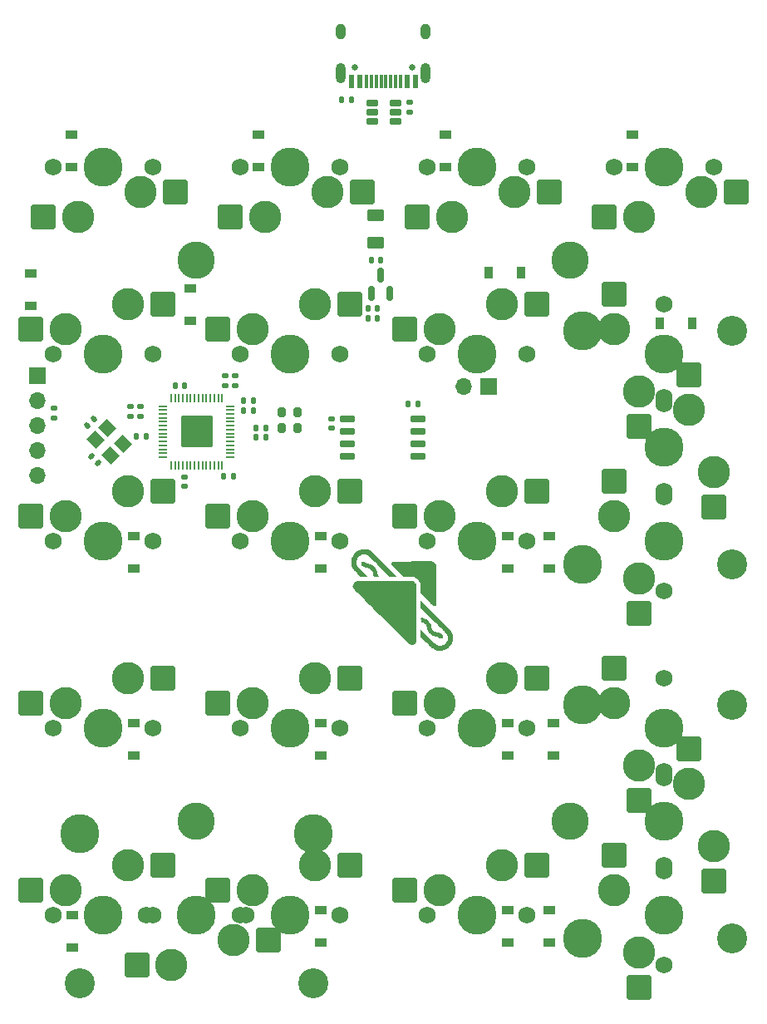
<source format=gbs>
%TF.GenerationSoftware,KiCad,Pcbnew,(6.0.6)*%
%TF.CreationDate,2022-08-17T22:11:57+10:00*%
%TF.ProjectId,snzagpad,736e7a61-6770-4616-942e-6b696361645f,rev?*%
%TF.SameCoordinates,Original*%
%TF.FileFunction,Soldermask,Bot*%
%TF.FilePolarity,Negative*%
%FSLAX46Y46*%
G04 Gerber Fmt 4.6, Leading zero omitted, Abs format (unit mm)*
G04 Created by KiCad (PCBNEW (6.0.6)) date 2022-08-17 22:11:57*
%MOMM*%
%LPD*%
G01*
G04 APERTURE LIST*
G04 Aperture macros list*
%AMRoundRect*
0 Rectangle with rounded corners*
0 $1 Rounding radius*
0 $2 $3 $4 $5 $6 $7 $8 $9 X,Y pos of 4 corners*
0 Add a 4 corners polygon primitive as box body*
4,1,4,$2,$3,$4,$5,$6,$7,$8,$9,$2,$3,0*
0 Add four circle primitives for the rounded corners*
1,1,$1+$1,$2,$3*
1,1,$1+$1,$4,$5*
1,1,$1+$1,$6,$7*
1,1,$1+$1,$8,$9*
0 Add four rect primitives between the rounded corners*
20,1,$1+$1,$2,$3,$4,$5,0*
20,1,$1+$1,$4,$5,$6,$7,0*
20,1,$1+$1,$6,$7,$8,$9,0*
20,1,$1+$1,$8,$9,$2,$3,0*%
%AMRotRect*
0 Rectangle, with rotation*
0 The origin of the aperture is its center*
0 $1 length*
0 $2 width*
0 $3 Rotation angle, in degrees counterclockwise*
0 Add horizontal line*
21,1,$1,$2,0,0,$3*%
G04 Aperture macros list end*
%ADD10C,3.048000*%
%ADD11C,3.987800*%
%ADD12R,1.700000X1.700000*%
%ADD13O,1.700000X1.700000*%
%ADD14R,1.200000X0.900000*%
%ADD15RoundRect,0.140000X-0.219203X-0.021213X-0.021213X-0.219203X0.219203X0.021213X0.021213X0.219203X0*%
%ADD16RoundRect,0.140000X-0.140000X-0.170000X0.140000X-0.170000X0.140000X0.170000X-0.140000X0.170000X0*%
%ADD17RoundRect,0.150000X0.475000X0.150000X-0.475000X0.150000X-0.475000X-0.150000X0.475000X-0.150000X0*%
%ADD18C,0.650000*%
%ADD19R,0.600000X1.450000*%
%ADD20R,0.300000X1.450000*%
%ADD21O,1.000000X2.100000*%
%ADD22O,1.000000X1.600000*%
%ADD23C,1.750000*%
%ADD24C,3.300000*%
%ADD25RoundRect,0.250000X-1.025000X-1.000000X1.025000X-1.000000X1.025000X1.000000X-1.025000X1.000000X0*%
%ADD26RoundRect,0.140000X-0.170000X0.140000X-0.170000X-0.140000X0.170000X-0.140000X0.170000X0.140000X0*%
%ADD27RoundRect,0.250000X1.000000X-1.025000X1.000000X1.025000X-1.000000X1.025000X-1.000000X-1.025000X0*%
%ADD28C,3.800000*%
%ADD29RoundRect,0.140000X0.140000X0.170000X-0.140000X0.170000X-0.140000X-0.170000X0.140000X-0.170000X0*%
%ADD30RoundRect,0.250000X1.025000X1.000000X-1.025000X1.000000X-1.025000X-1.000000X1.025000X-1.000000X0*%
%ADD31RoundRect,0.135000X-0.135000X-0.185000X0.135000X-0.185000X0.135000X0.185000X-0.135000X0.185000X0*%
%ADD32RotRect,1.400000X1.200000X315.000000*%
%ADD33RoundRect,0.250000X-1.000000X1.025000X-1.000000X-1.025000X1.000000X-1.025000X1.000000X1.025000X0*%
%ADD34RoundRect,0.140000X0.021213X-0.219203X0.219203X-0.021213X-0.021213X0.219203X-0.219203X0.021213X0*%
%ADD35RoundRect,0.150000X0.650000X0.150000X-0.650000X0.150000X-0.650000X-0.150000X0.650000X-0.150000X0*%
%ADD36RoundRect,0.200000X0.200000X0.275000X-0.200000X0.275000X-0.200000X-0.275000X0.200000X-0.275000X0*%
%ADD37R,0.900000X1.200000*%
%ADD38RoundRect,0.140000X0.170000X-0.140000X0.170000X0.140000X-0.170000X0.140000X-0.170000X-0.140000X0*%
%ADD39RoundRect,0.135000X-0.185000X0.135000X-0.185000X-0.135000X0.185000X-0.135000X0.185000X0.135000X0*%
%ADD40RoundRect,0.050000X0.050000X-0.387500X0.050000X0.387500X-0.050000X0.387500X-0.050000X-0.387500X0*%
%ADD41RoundRect,0.050000X0.387500X-0.050000X0.387500X0.050000X-0.387500X0.050000X-0.387500X-0.050000X0*%
%ADD42RoundRect,0.144000X1.456000X-1.456000X1.456000X1.456000X-1.456000X1.456000X-1.456000X-1.456000X0*%
%ADD43RoundRect,0.150000X0.150000X-0.587500X0.150000X0.587500X-0.150000X0.587500X-0.150000X-0.587500X0*%
%ADD44RoundRect,0.135000X0.185000X-0.135000X0.185000X0.135000X-0.185000X0.135000X-0.185000X-0.135000X0*%
%ADD45RoundRect,0.250000X-0.625000X0.375000X-0.625000X-0.375000X0.625000X-0.375000X0.625000X0.375000X0*%
G04 APERTURE END LIST*
G36*
X68634488Y-102116627D02*
G01*
X68671506Y-102123975D01*
X68706735Y-102139748D01*
X68745361Y-102166408D01*
X68792572Y-102206414D01*
X68831433Y-102238771D01*
X68876107Y-102269170D01*
X68924997Y-102294211D01*
X68982271Y-102315686D01*
X69052096Y-102335386D01*
X69138641Y-102355101D01*
X69161458Y-102360050D01*
X69226692Y-102375463D01*
X69290153Y-102392086D01*
X69345563Y-102408220D01*
X69386647Y-102422168D01*
X69464262Y-102457057D01*
X69573235Y-102522751D01*
X69675717Y-102603759D01*
X69768815Y-102697072D01*
X69849632Y-102799684D01*
X69915276Y-102908587D01*
X69962850Y-103020773D01*
X69964167Y-103024796D01*
X69976707Y-103067667D01*
X69991203Y-103123532D01*
X70005964Y-103185605D01*
X70019298Y-103247102D01*
X70023548Y-103267554D01*
X70041838Y-103346079D01*
X70061207Y-103409544D01*
X70083983Y-103462699D01*
X70112492Y-103510294D01*
X70149062Y-103557080D01*
X70196020Y-103607805D01*
X70229435Y-103642297D01*
X70257095Y-103671280D01*
X70275791Y-103691369D01*
X70282659Y-103699531D01*
X70282572Y-103699602D01*
X70270751Y-103700347D01*
X70240887Y-103701016D01*
X70195656Y-103701584D01*
X70137735Y-103702022D01*
X70069801Y-103702304D01*
X69994531Y-103702405D01*
X69706403Y-103702405D01*
X69675789Y-103641759D01*
X69668089Y-103625973D01*
X69643214Y-103566327D01*
X69620121Y-103495941D01*
X69597780Y-103411421D01*
X69575165Y-103309370D01*
X69570800Y-103288779D01*
X69549801Y-103205892D01*
X69525135Y-103137596D01*
X69494162Y-103078661D01*
X69454241Y-103023861D01*
X69402733Y-102967968D01*
X69401826Y-102967062D01*
X69351747Y-102920350D01*
X69303441Y-102883505D01*
X69252365Y-102854326D01*
X69193979Y-102830614D01*
X69123742Y-102810167D01*
X69037111Y-102790784D01*
X69023128Y-102787912D01*
X68964423Y-102775281D01*
X68909440Y-102762617D01*
X68863802Y-102751248D01*
X68833130Y-102742508D01*
X68778609Y-102722198D01*
X68702060Y-102686239D01*
X68627289Y-102643332D01*
X68557309Y-102595756D01*
X68495133Y-102545787D01*
X68443777Y-102495704D01*
X68406254Y-102447784D01*
X68385577Y-102404304D01*
X68378450Y-102370749D01*
X68377680Y-102303462D01*
X68394558Y-102242602D01*
X68427164Y-102190756D01*
X68473579Y-102150510D01*
X68531883Y-102124450D01*
X68600158Y-102115163D01*
X68634488Y-102116627D01*
G37*
G36*
X68694401Y-100851181D02*
G01*
X68838736Y-100859426D01*
X68972339Y-100881500D01*
X69100574Y-100918569D01*
X69228807Y-100971799D01*
X69244236Y-100979113D01*
X69265845Y-100989479D01*
X69286416Y-100999798D01*
X69306670Y-101010744D01*
X69327330Y-101022993D01*
X69349118Y-101037220D01*
X69372756Y-101054101D01*
X69398964Y-101074310D01*
X69428466Y-101098523D01*
X69461982Y-101127415D01*
X69500235Y-101161662D01*
X69543947Y-101201938D01*
X69593840Y-101248918D01*
X69650634Y-101303279D01*
X69715053Y-101365695D01*
X69787817Y-101436841D01*
X69869650Y-101517393D01*
X69961272Y-101608026D01*
X70063405Y-101709415D01*
X70176772Y-101822236D01*
X70302094Y-101947163D01*
X70440093Y-102084872D01*
X70591491Y-102236038D01*
X70757009Y-102401336D01*
X70798247Y-102442523D01*
X70934127Y-102578295D01*
X71065729Y-102709880D01*
X71192298Y-102836520D01*
X71313078Y-102957457D01*
X71427315Y-103071931D01*
X71534255Y-103179185D01*
X71633142Y-103278459D01*
X71723222Y-103368997D01*
X71803740Y-103450038D01*
X71873941Y-103520825D01*
X71933071Y-103580600D01*
X71980375Y-103628603D01*
X72015097Y-103664076D01*
X72036485Y-103686262D01*
X72043781Y-103694401D01*
X72036460Y-103695997D01*
X72010434Y-103697737D01*
X71967846Y-103699278D01*
X71911076Y-103700567D01*
X71842505Y-103701553D01*
X71764513Y-103702183D01*
X71679482Y-103702405D01*
X71315183Y-103702405D01*
X70245950Y-102632379D01*
X70135290Y-102521733D01*
X70012431Y-102399113D01*
X69893692Y-102280839D01*
X69779962Y-102167788D01*
X69672131Y-102060834D01*
X69571087Y-101960855D01*
X69477721Y-101868725D01*
X69392921Y-101785322D01*
X69317576Y-101711520D01*
X69252577Y-101648197D01*
X69198813Y-101596228D01*
X69157172Y-101556489D01*
X69128544Y-101529857D01*
X69113819Y-101517206D01*
X69102878Y-101509457D01*
X69001358Y-101448023D01*
X68898696Y-101405797D01*
X68790790Y-101381442D01*
X68673538Y-101373621D01*
X68640595Y-101374240D01*
X68520993Y-101387959D01*
X68408583Y-101420138D01*
X68302029Y-101471381D01*
X68199995Y-101542296D01*
X68101147Y-101633489D01*
X68084736Y-101650982D01*
X68003661Y-101753731D01*
X67941778Y-101862796D01*
X67899278Y-101976661D01*
X67876351Y-102093814D01*
X67873187Y-102212739D01*
X67889976Y-102331924D01*
X67926909Y-102449853D01*
X67984175Y-102565013D01*
X67992417Y-102577186D01*
X68011446Y-102601097D01*
X68039920Y-102633807D01*
X68078534Y-102676044D01*
X68127986Y-102728539D01*
X68188971Y-102792021D01*
X68262186Y-102867218D01*
X68348326Y-102954861D01*
X68448089Y-103055678D01*
X68562170Y-103170399D01*
X69102686Y-103712887D01*
X68358122Y-103712887D01*
X67990840Y-103343366D01*
X67953250Y-103305504D01*
X67860645Y-103211659D01*
X67781284Y-103130001D01*
X67713833Y-103058783D01*
X67656955Y-102996257D01*
X67609315Y-102940676D01*
X67569579Y-102890291D01*
X67536412Y-102843355D01*
X67508478Y-102798120D01*
X67484443Y-102752840D01*
X67462970Y-102705765D01*
X67442726Y-102655149D01*
X67422375Y-102599244D01*
X67420653Y-102594345D01*
X67393428Y-102509846D01*
X67374191Y-102432243D01*
X67361830Y-102354646D01*
X67355231Y-102270163D01*
X67353279Y-102171905D01*
X67354604Y-102105891D01*
X67369865Y-101947519D01*
X67402725Y-101798793D01*
X67453845Y-101658098D01*
X67523887Y-101523818D01*
X67613513Y-101394336D01*
X67723384Y-101268037D01*
X67812173Y-101181688D01*
X67939520Y-101078556D01*
X68071814Y-100995309D01*
X68210211Y-100931443D01*
X68355861Y-100886450D01*
X68509919Y-100859826D01*
X68673538Y-100851063D01*
X68694401Y-100851181D01*
G37*
G36*
X75679135Y-102128585D02*
G01*
X75726338Y-102145953D01*
X75808841Y-102192674D01*
X75880722Y-102255729D01*
X75939681Y-102332901D01*
X75983420Y-102421974D01*
X76009547Y-102491633D01*
X76019338Y-104497782D01*
X76020233Y-104682335D01*
X76021311Y-104909392D01*
X76022263Y-105117033D01*
X76023086Y-105306141D01*
X76023776Y-105477600D01*
X76024330Y-105632292D01*
X76024746Y-105771102D01*
X76025021Y-105894913D01*
X76025150Y-106004608D01*
X76025132Y-106101070D01*
X76024964Y-106185183D01*
X76024641Y-106257831D01*
X76024162Y-106319895D01*
X76023522Y-106372261D01*
X76022720Y-106415811D01*
X76021752Y-106451429D01*
X76020616Y-106479997D01*
X76019307Y-106502400D01*
X76017823Y-106519520D01*
X76016161Y-106532242D01*
X76014318Y-106541447D01*
X76012290Y-106548021D01*
X75991325Y-106588472D01*
X75949028Y-106634135D01*
X75894798Y-106664185D01*
X75857744Y-106674777D01*
X75807824Y-106677386D01*
X75758377Y-106663830D01*
X75755799Y-106662455D01*
X75736673Y-106647771D01*
X75703033Y-106618270D01*
X75655011Y-106574076D01*
X75592735Y-106515315D01*
X75516334Y-106442109D01*
X75425940Y-106354582D01*
X75321680Y-106252860D01*
X75203686Y-106137065D01*
X75072085Y-106007321D01*
X74423393Y-105366522D01*
X74423393Y-104956988D01*
X74423076Y-104862726D01*
X74422227Y-104771653D01*
X74420910Y-104686732D01*
X74419194Y-104610925D01*
X74417144Y-104547195D01*
X74414827Y-104498505D01*
X74412310Y-104467817D01*
X74406940Y-104431264D01*
X74375017Y-104302258D01*
X74324541Y-104180350D01*
X74256813Y-104067809D01*
X74173134Y-103966902D01*
X74074807Y-103879896D01*
X73995274Y-103825886D01*
X73873333Y-103763771D01*
X73744395Y-103721369D01*
X73725684Y-103716907D01*
X73703598Y-103712265D01*
X73680616Y-103708520D01*
X73654507Y-103705589D01*
X73623042Y-103703388D01*
X73583991Y-103701834D01*
X73535123Y-103700841D01*
X73474210Y-103700328D01*
X73399022Y-103700210D01*
X73307327Y-103700403D01*
X73196897Y-103700825D01*
X72740892Y-103702744D01*
X72099321Y-103063399D01*
X72089634Y-103053746D01*
X71975577Y-102940100D01*
X71875384Y-102840188D01*
X71788178Y-102752984D01*
X71713085Y-102677465D01*
X71649228Y-102612605D01*
X71595730Y-102557380D01*
X71551716Y-102510764D01*
X71516310Y-102471733D01*
X71488635Y-102439263D01*
X71467816Y-102412327D01*
X71452975Y-102389902D01*
X71443238Y-102370963D01*
X71437728Y-102354485D01*
X71435568Y-102339443D01*
X71435884Y-102324812D01*
X71437798Y-102309568D01*
X71440434Y-102292685D01*
X71446346Y-102268994D01*
X71471056Y-102220743D01*
X71509022Y-102176497D01*
X71555540Y-102142399D01*
X71555667Y-102142329D01*
X71560720Y-102140201D01*
X71568262Y-102138237D01*
X71579175Y-102136425D01*
X71594337Y-102134753D01*
X71614629Y-102133211D01*
X71640930Y-102131787D01*
X71674121Y-102130469D01*
X71715081Y-102129245D01*
X71764689Y-102128104D01*
X71823826Y-102127035D01*
X71893371Y-102126026D01*
X71974204Y-102125064D01*
X72067205Y-102124140D01*
X72173254Y-102123241D01*
X72293230Y-102122355D01*
X72428013Y-102121471D01*
X72578483Y-102120578D01*
X72745520Y-102119664D01*
X72930003Y-102118717D01*
X73132813Y-102117726D01*
X73354828Y-102116679D01*
X73596930Y-102115564D01*
X75606083Y-102106396D01*
X75679135Y-102128585D01*
G37*
G36*
X75917709Y-107560116D02*
G01*
X75970959Y-107613358D01*
X76117978Y-107760468D01*
X76261241Y-107903983D01*
X76400008Y-108043155D01*
X76533539Y-108177237D01*
X76661096Y-108305481D01*
X76781939Y-108427141D01*
X76895328Y-108541470D01*
X77000526Y-108647719D01*
X77096791Y-108745143D01*
X77183385Y-108832994D01*
X77259569Y-108910524D01*
X77324602Y-108976986D01*
X77377747Y-109031634D01*
X77418262Y-109073720D01*
X77445410Y-109102497D01*
X77458451Y-109117218D01*
X77474458Y-109138439D01*
X77561094Y-109273151D01*
X77629705Y-109416996D01*
X77679861Y-109567934D01*
X77711130Y-109723922D01*
X77723082Y-109882921D01*
X77715287Y-110042889D01*
X77687313Y-110201786D01*
X77667970Y-110272142D01*
X77611438Y-110420061D01*
X77534954Y-110561749D01*
X77438612Y-110697045D01*
X77322506Y-110825786D01*
X77290476Y-110856925D01*
X77168327Y-110961811D01*
X77042628Y-111047405D01*
X76910911Y-111115024D01*
X76770709Y-111165988D01*
X76619555Y-111201616D01*
X76613518Y-111202672D01*
X76536964Y-111211882D01*
X76448228Y-111216477D01*
X76354897Y-111216444D01*
X76264559Y-111211769D01*
X76184804Y-111202436D01*
X76114566Y-111188893D01*
X75961393Y-111144041D01*
X75813001Y-111079250D01*
X75670855Y-110995111D01*
X75658623Y-110986212D01*
X75631320Y-110963880D01*
X75594563Y-110931467D01*
X75547706Y-110888357D01*
X75490103Y-110833929D01*
X75421108Y-110767566D01*
X75340076Y-110688649D01*
X75246360Y-110596561D01*
X75139316Y-110490682D01*
X75018296Y-110370396D01*
X74444359Y-109798811D01*
X74444359Y-109054520D01*
X75196505Y-109804047D01*
X75274668Y-109881906D01*
X75393542Y-110000153D01*
X75499009Y-110104818D01*
X75591918Y-110196716D01*
X75673116Y-110276662D01*
X75743451Y-110345472D01*
X75803771Y-110403959D01*
X75854923Y-110452941D01*
X75897756Y-110493231D01*
X75933116Y-110525646D01*
X75961852Y-110550999D01*
X75984811Y-110570107D01*
X76002841Y-110583785D01*
X76016790Y-110592847D01*
X76017707Y-110593375D01*
X76129185Y-110645649D01*
X76246943Y-110679003D01*
X76368173Y-110693325D01*
X76490069Y-110688504D01*
X76609823Y-110664427D01*
X76724629Y-110620984D01*
X76763684Y-110600255D01*
X76843842Y-110546279D01*
X76923309Y-110479185D01*
X76997398Y-110403542D01*
X77061419Y-110323917D01*
X77110685Y-110244877D01*
X77123945Y-110218354D01*
X77169321Y-110100306D01*
X77194157Y-109980032D01*
X77198495Y-109858931D01*
X77182374Y-109738404D01*
X77145837Y-109619852D01*
X77088924Y-109504675D01*
X77084733Y-109498437D01*
X77072360Y-109482838D01*
X77052868Y-109460389D01*
X77025740Y-109430563D01*
X76990459Y-109392832D01*
X76946506Y-109346668D01*
X76893365Y-109291543D01*
X76830518Y-109226929D01*
X76757447Y-109152298D01*
X76673636Y-109067122D01*
X76578565Y-108970873D01*
X76471719Y-108863023D01*
X76352579Y-108743044D01*
X76220628Y-108610408D01*
X76075348Y-108464588D01*
X75916223Y-108305055D01*
X75742733Y-108131281D01*
X74433876Y-106820784D01*
X74433876Y-106076803D01*
X75917709Y-107560116D01*
G37*
G36*
X74472983Y-107827226D02*
G01*
X74477396Y-107828787D01*
X74501490Y-107835780D01*
X74537907Y-107845288D01*
X74580637Y-107855718D01*
X74594410Y-107858974D01*
X74651227Y-107872444D01*
X74713930Y-107887357D01*
X74771277Y-107901040D01*
X74828135Y-107916742D01*
X74952324Y-107966060D01*
X75069674Y-108033155D01*
X75178091Y-108116059D01*
X75275477Y-108212807D01*
X75359739Y-108321434D01*
X75428781Y-108439973D01*
X75480507Y-108566457D01*
X75491009Y-108602686D01*
X75503913Y-108653675D01*
X75517321Y-108711822D01*
X75529587Y-108770300D01*
X75545479Y-108843708D01*
X75565530Y-108914936D01*
X75589262Y-108974125D01*
X75619062Y-109026101D01*
X75657316Y-109075687D01*
X75706412Y-109127708D01*
X75751931Y-109170589D01*
X75807164Y-109213975D01*
X75863242Y-109245870D01*
X75926856Y-109269911D01*
X76004701Y-109289733D01*
X76007280Y-109290293D01*
X76117511Y-109315220D01*
X76210178Y-109338654D01*
X76288430Y-109361865D01*
X76355416Y-109386122D01*
X76414284Y-109412692D01*
X76468183Y-109442845D01*
X76520262Y-109477848D01*
X76573669Y-109518971D01*
X76581533Y-109525368D01*
X76636498Y-109572932D01*
X76675998Y-109614032D01*
X76702501Y-109652129D01*
X76718474Y-109690685D01*
X76726387Y-109733161D01*
X76727396Y-109745689D01*
X76721939Y-109814460D01*
X76698040Y-109874907D01*
X76656887Y-109924878D01*
X76599672Y-109962224D01*
X76585558Y-109968186D01*
X76544006Y-109978079D01*
X76492362Y-109978949D01*
X76489792Y-109978809D01*
X76458947Y-109975832D01*
X76431928Y-109969340D01*
X76404857Y-109957229D01*
X76373856Y-109937391D01*
X76335046Y-109907721D01*
X76284547Y-109866112D01*
X76276041Y-109859101D01*
X76239752Y-109832276D01*
X76201535Y-109810107D01*
X76157616Y-109791144D01*
X76104220Y-109773934D01*
X76037571Y-109757027D01*
X75953893Y-109738970D01*
X75943661Y-109736839D01*
X75879892Y-109722123D01*
X75816066Y-109705283D01*
X75759085Y-109688234D01*
X75715851Y-109672894D01*
X75704374Y-109668124D01*
X75588416Y-109608391D01*
X75477469Y-109530541D01*
X75374752Y-109437122D01*
X75283484Y-109330682D01*
X75246513Y-109279329D01*
X75215080Y-109229695D01*
X75187990Y-109178629D01*
X75164000Y-109122913D01*
X75141867Y-109059332D01*
X75120347Y-108984667D01*
X75098196Y-108895703D01*
X75074172Y-108789224D01*
X75070590Y-108773666D01*
X75056347Y-108721359D01*
X75040002Y-108671773D01*
X75024425Y-108633871D01*
X75010725Y-108608550D01*
X74965228Y-108543956D01*
X74907722Y-108481397D01*
X74843051Y-108425271D01*
X74776061Y-108379976D01*
X74711597Y-108349911D01*
X74698776Y-108345843D01*
X74660377Y-108335111D01*
X74612454Y-108322960D01*
X74562451Y-108311317D01*
X74460084Y-108288661D01*
X74457259Y-108054218D01*
X74456629Y-107998730D01*
X74456160Y-107936163D01*
X74456343Y-107890374D01*
X74457348Y-107858911D01*
X74459344Y-107839319D01*
X74462502Y-107829143D01*
X74466992Y-107825930D01*
X74472983Y-107827226D01*
G37*
G36*
X73195301Y-104115043D02*
G01*
X73277968Y-104115280D01*
X73349865Y-104115651D01*
X73411794Y-104116157D01*
X73464555Y-104116801D01*
X73508953Y-104117585D01*
X73545788Y-104118509D01*
X73575863Y-104119576D01*
X73599979Y-104120787D01*
X73618939Y-104122145D01*
X73633545Y-104123650D01*
X73644599Y-104125306D01*
X73652902Y-104127113D01*
X73707004Y-104145238D01*
X73789112Y-104189131D01*
X73861627Y-104248346D01*
X73921782Y-104319953D01*
X73966814Y-104401022D01*
X73993956Y-104488620D01*
X73994606Y-104496597D01*
X73995624Y-104525314D01*
X73996695Y-104573235D01*
X73997814Y-104639305D01*
X73998974Y-104722468D01*
X74000172Y-104821671D01*
X74001400Y-104935858D01*
X74002654Y-105063975D01*
X74003929Y-105204966D01*
X74005218Y-105357778D01*
X74006517Y-105521356D01*
X74007819Y-105694644D01*
X74009120Y-105876588D01*
X74010414Y-106066133D01*
X74011695Y-106262225D01*
X74012958Y-106463808D01*
X74014198Y-106669829D01*
X74015408Y-106879232D01*
X74016584Y-107090962D01*
X74017720Y-107303966D01*
X74018811Y-107517187D01*
X74019851Y-107729572D01*
X74020834Y-107940065D01*
X74021756Y-108147612D01*
X74022610Y-108351158D01*
X74023392Y-108549649D01*
X74024095Y-108742029D01*
X74024715Y-108927245D01*
X74025245Y-109104240D01*
X74025681Y-109271961D01*
X74026017Y-109429353D01*
X74026247Y-109575360D01*
X74026365Y-109708929D01*
X74026368Y-109829004D01*
X74026248Y-109934531D01*
X74026001Y-110024455D01*
X74025621Y-110097722D01*
X74025102Y-110153276D01*
X74024439Y-110190062D01*
X74023627Y-110207027D01*
X74017821Y-110240357D01*
X73988836Y-110327580D01*
X73942427Y-110407113D01*
X73880801Y-110476749D01*
X73806165Y-110534277D01*
X73720727Y-110577491D01*
X73626695Y-110604180D01*
X73573823Y-110607640D01*
X73506543Y-110601037D01*
X73436221Y-110585232D01*
X73370091Y-110561886D01*
X73315386Y-110532661D01*
X73311566Y-110529498D01*
X73293072Y-110512384D01*
X73260685Y-110481441D01*
X73215032Y-110437291D01*
X73156738Y-110380555D01*
X73086432Y-110311852D01*
X73004737Y-110231805D01*
X72912282Y-110141034D01*
X72809691Y-110040160D01*
X72697592Y-109929804D01*
X72576611Y-109810587D01*
X72447373Y-109683131D01*
X72310505Y-109548055D01*
X72166633Y-109405980D01*
X72016384Y-109257529D01*
X71860384Y-109103321D01*
X71699258Y-108943978D01*
X71533634Y-108780120D01*
X71364138Y-108612369D01*
X71191395Y-108441346D01*
X71016032Y-108267670D01*
X70838675Y-108091965D01*
X70659951Y-107914849D01*
X70480485Y-107736944D01*
X70300904Y-107558872D01*
X70121835Y-107381253D01*
X69943903Y-107204708D01*
X69767734Y-107029857D01*
X69593956Y-106857323D01*
X69423194Y-106687725D01*
X69256074Y-106521686D01*
X69093223Y-106359825D01*
X68935267Y-106202763D01*
X68782832Y-106051122D01*
X68636544Y-105905523D01*
X68497030Y-105766586D01*
X68364916Y-105634933D01*
X68240828Y-105511184D01*
X68125392Y-105395960D01*
X68019235Y-105289882D01*
X67922983Y-105193572D01*
X67837262Y-105107649D01*
X67762698Y-105032736D01*
X67699918Y-104969453D01*
X67649548Y-104918420D01*
X67612214Y-104880260D01*
X67588542Y-104855592D01*
X67579159Y-104845038D01*
X67553088Y-104796827D01*
X67521916Y-104707288D01*
X67510427Y-104614977D01*
X67519155Y-104522769D01*
X67524255Y-104500696D01*
X67558121Y-104406703D01*
X67608440Y-104323338D01*
X67673415Y-104252646D01*
X67751251Y-104196671D01*
X67840150Y-104157458D01*
X67845832Y-104155528D01*
X67851113Y-104153639D01*
X67856399Y-104151876D01*
X67862391Y-104150232D01*
X67869785Y-104148698D01*
X67879281Y-104147268D01*
X67891578Y-104145934D01*
X67907374Y-104144688D01*
X67927368Y-104143523D01*
X67952259Y-104142431D01*
X67982744Y-104141405D01*
X68019524Y-104140437D01*
X68063296Y-104139519D01*
X68114759Y-104138644D01*
X68174612Y-104137805D01*
X68243553Y-104136994D01*
X68322281Y-104136203D01*
X68411495Y-104135425D01*
X68511893Y-104134652D01*
X68624175Y-104133876D01*
X68749038Y-104133091D01*
X68887181Y-104132289D01*
X69039304Y-104131461D01*
X69206104Y-104130601D01*
X69388280Y-104129700D01*
X69586531Y-104128753D01*
X69801556Y-104127749D01*
X70034053Y-104126683D01*
X70284721Y-104125547D01*
X70554259Y-104124333D01*
X70843365Y-104123033D01*
X71152737Y-104121641D01*
X71345707Y-104120776D01*
X71599787Y-104119655D01*
X71834274Y-104118649D01*
X72049970Y-104117759D01*
X72247677Y-104116988D01*
X72428196Y-104116336D01*
X72592331Y-104115806D01*
X72740883Y-104115400D01*
X72874653Y-104115118D01*
X72994445Y-104114964D01*
X73101060Y-104114938D01*
X73195301Y-104115043D01*
G37*
D10*
X106203750Y-78581250D03*
X106203750Y-102393750D03*
D11*
X90963750Y-78581250D03*
X90963750Y-102393750D03*
D12*
X81318750Y-84297500D03*
D13*
X78778750Y-84297500D03*
D10*
X39687500Y-145097500D03*
D11*
X63500000Y-129857500D03*
X39687500Y-129857500D03*
D10*
X63500000Y-145097500D03*
D12*
X35420625Y-83172500D03*
D13*
X35420625Y-85712500D03*
X35420625Y-88252500D03*
X35420625Y-90792500D03*
X35420625Y-93332500D03*
D11*
X90963750Y-140493750D03*
X90963750Y-116681250D03*
D10*
X106203750Y-116681250D03*
X106203750Y-140493750D03*
D14*
X45168750Y-121922500D03*
X45168750Y-118622500D03*
D15*
X40889339Y-91390589D03*
X41568161Y-92069411D03*
D16*
X56408750Y-86720000D03*
X57368750Y-86720000D03*
D17*
X71873750Y-55381250D03*
X71873750Y-56331250D03*
X71873750Y-57281250D03*
X69523750Y-57281250D03*
X69523750Y-56331250D03*
X69523750Y-55381250D03*
D18*
X73533750Y-51812500D03*
X67753750Y-51812500D03*
D19*
X67393750Y-53257500D03*
X68193750Y-53257500D03*
D20*
X69393750Y-53257500D03*
X70393750Y-53257500D03*
X70893750Y-53257500D03*
X71893750Y-53257500D03*
D19*
X73093750Y-53257500D03*
X73893750Y-53257500D03*
X73893750Y-53257500D03*
X73093750Y-53257500D03*
D20*
X72393750Y-53257500D03*
X71393750Y-53257500D03*
X69893750Y-53257500D03*
X68893750Y-53257500D03*
D19*
X68193750Y-53257500D03*
X67393750Y-53257500D03*
D21*
X74963750Y-52342500D03*
D22*
X74963750Y-48162500D03*
X66323750Y-48162500D03*
D21*
X66323750Y-52342500D03*
D14*
X57943750Y-58675000D03*
X57943750Y-61975000D03*
D11*
X80168750Y-61912500D03*
D23*
X75088750Y-61912500D03*
X85248750Y-61912500D03*
D24*
X83978750Y-64452500D03*
D25*
X87528750Y-64452500D03*
X74078750Y-66992500D03*
D24*
X77628750Y-66992500D03*
D26*
X65371250Y-87572500D03*
X65371250Y-88532500D03*
D16*
X56408750Y-85700000D03*
X57368750Y-85700000D03*
D23*
X99218750Y-133667500D03*
D11*
X99218750Y-128587500D03*
D23*
X99218750Y-123507500D03*
D24*
X101758750Y-124777500D03*
D27*
X101758750Y-121227500D03*
D24*
X104298750Y-131127500D03*
D27*
X104298750Y-134677500D03*
D28*
X89693750Y-71437500D03*
D14*
X96043750Y-58675000D03*
X96043750Y-61975000D03*
D29*
X70018750Y-76312500D03*
X69058750Y-76312500D03*
D23*
X47148750Y-138112500D03*
D11*
X42068750Y-138112500D03*
D23*
X36988750Y-138112500D03*
D30*
X34708750Y-135572500D03*
D24*
X38258750Y-135572500D03*
X44608750Y-133032500D03*
D30*
X48158750Y-133032500D03*
D14*
X64218750Y-121922500D03*
X64218750Y-118622500D03*
D31*
X66370000Y-55088750D03*
X67390000Y-55088750D03*
D16*
X54380000Y-93470000D03*
X55340000Y-93470000D03*
D32*
X42511972Y-88541142D03*
X44067607Y-90096777D03*
X42865526Y-91298858D03*
X41309891Y-89743223D03*
D16*
X69058750Y-77332500D03*
X70018750Y-77332500D03*
D23*
X47148750Y-80962500D03*
X36988750Y-80962500D03*
D11*
X42068750Y-80962500D03*
D24*
X38258750Y-78422500D03*
D30*
X34708750Y-78422500D03*
X48158750Y-75882500D03*
D24*
X44608750Y-75882500D03*
D23*
X99218750Y-95567500D03*
X99218750Y-85407500D03*
D11*
X99218750Y-90487500D03*
D24*
X101758750Y-86677500D03*
D27*
X101758750Y-83127500D03*
X104298750Y-96577500D03*
D24*
X104298750Y-93027500D03*
D31*
X73161250Y-86052500D03*
X74181250Y-86052500D03*
D23*
X99218750Y-113982500D03*
D11*
X99218750Y-119062500D03*
D23*
X99218750Y-124142500D03*
D24*
X96678750Y-122872500D03*
D33*
X96678750Y-126422500D03*
D24*
X94138750Y-116522500D03*
D33*
X94138750Y-112972500D03*
D14*
X64218750Y-102872500D03*
X64218750Y-99572500D03*
D26*
X50380000Y-93490000D03*
X50380000Y-94450000D03*
D14*
X83268750Y-121922500D03*
X83268750Y-118622500D03*
D23*
X99218750Y-94932500D03*
D11*
X99218750Y-100012500D03*
D23*
X99218750Y-105092500D03*
D24*
X96678750Y-103822500D03*
D33*
X96678750Y-107372500D03*
X94138750Y-93922500D03*
D24*
X94138750Y-97472500D03*
D34*
X40469339Y-88309411D03*
X41148161Y-87630589D03*
D35*
X74181250Y-87577500D03*
X74181250Y-88847500D03*
X74181250Y-90117500D03*
X74181250Y-91387500D03*
X66981250Y-91387500D03*
X66981250Y-90117500D03*
X66981250Y-88847500D03*
X66981250Y-87577500D03*
D28*
X51593750Y-128587500D03*
D14*
X38968750Y-141482500D03*
X38968750Y-138182500D03*
X64218750Y-140972500D03*
X64218750Y-137672500D03*
D36*
X61908750Y-86892500D03*
X60258750Y-86892500D03*
D28*
X89693750Y-128587500D03*
D23*
X36988750Y-100012500D03*
D11*
X42068750Y-100012500D03*
D23*
X47148750Y-100012500D03*
D24*
X38258750Y-97472500D03*
D30*
X34708750Y-97472500D03*
X48158750Y-94932500D03*
D24*
X44608750Y-94932500D03*
D11*
X80168750Y-119062500D03*
D23*
X75088750Y-119062500D03*
X85248750Y-119062500D03*
D24*
X76358750Y-116522500D03*
D30*
X72808750Y-116522500D03*
X86258750Y-113982500D03*
D24*
X82708750Y-113982500D03*
D23*
X66198750Y-138112500D03*
D11*
X61118750Y-138112500D03*
D23*
X56038750Y-138112500D03*
D30*
X53758750Y-135572500D03*
D24*
X57308750Y-135572500D03*
X63658750Y-133032500D03*
D30*
X67208750Y-133032500D03*
D14*
X83268750Y-102872500D03*
X83268750Y-99572500D03*
D37*
X81358750Y-72682500D03*
X84658750Y-72682500D03*
D14*
X83268750Y-140972500D03*
X83268750Y-137672500D03*
D11*
X80168750Y-100012500D03*
D23*
X75088750Y-100012500D03*
X85248750Y-100012500D03*
D24*
X76358750Y-97472500D03*
D30*
X72808750Y-97472500D03*
X86258750Y-94932500D03*
D24*
X82708750Y-94932500D03*
D16*
X57678750Y-88510000D03*
X58638750Y-88510000D03*
D23*
X47148750Y-119062500D03*
X36988750Y-119062500D03*
D11*
X42068750Y-119062500D03*
D24*
X38258750Y-116522500D03*
D30*
X34708750Y-116522500D03*
D24*
X44608750Y-113982500D03*
D30*
X48158750Y-113982500D03*
D29*
X50410000Y-84240000D03*
X49450000Y-84240000D03*
D11*
X61118750Y-61912500D03*
D23*
X66198750Y-61912500D03*
X56038750Y-61912500D03*
D25*
X68478750Y-64452500D03*
D24*
X64928750Y-64452500D03*
X58578750Y-66992500D03*
D25*
X55028750Y-66992500D03*
D11*
X61118750Y-80962500D03*
D23*
X56038750Y-80962500D03*
X66198750Y-80962500D03*
D30*
X53758750Y-78422500D03*
D24*
X57308750Y-78422500D03*
D30*
X67208750Y-75882500D03*
D24*
X63658750Y-75882500D03*
D23*
X94138750Y-61912500D03*
X104298750Y-61912500D03*
D11*
X99218750Y-61912500D03*
D25*
X106578750Y-64452500D03*
D24*
X103028750Y-64452500D03*
X96678750Y-66992500D03*
D25*
X93128750Y-66992500D03*
D38*
X44878750Y-87312500D03*
X44878750Y-86352500D03*
D14*
X87528750Y-102872500D03*
X87528750Y-99572500D03*
D16*
X57678750Y-89480000D03*
X58638750Y-89480000D03*
D11*
X80168750Y-138112500D03*
D23*
X75088750Y-138112500D03*
X85248750Y-138112500D03*
D24*
X76358750Y-135572500D03*
D30*
X72808750Y-135572500D03*
D24*
X82708750Y-133032500D03*
D30*
X86258750Y-133032500D03*
D14*
X34738750Y-72752500D03*
X34738750Y-76052500D03*
D39*
X73340000Y-55308750D03*
X73340000Y-56328750D03*
D11*
X99218750Y-138112500D03*
D23*
X99218750Y-133032500D03*
X99218750Y-143192500D03*
D33*
X96678750Y-145472500D03*
D24*
X96678750Y-141922500D03*
D33*
X94138750Y-132022500D03*
D24*
X94138750Y-135572500D03*
D14*
X45168750Y-102872500D03*
X45168750Y-99572500D03*
D11*
X51593750Y-138112500D03*
D23*
X46513750Y-138112500D03*
X56673750Y-138112500D03*
D24*
X55403750Y-140652500D03*
D25*
X58953750Y-140652500D03*
X45503750Y-143192500D03*
D24*
X49053750Y-143192500D03*
D11*
X61118750Y-100012500D03*
D23*
X66198750Y-100012500D03*
X56038750Y-100012500D03*
D24*
X57308750Y-97472500D03*
D30*
X53758750Y-97472500D03*
D24*
X63658750Y-94932500D03*
D30*
X67208750Y-94932500D03*
D40*
X54198750Y-92327500D03*
X53798750Y-92327500D03*
X53398750Y-92327500D03*
X52998750Y-92327500D03*
X52598750Y-92327500D03*
X52198750Y-92327500D03*
X51798750Y-92327500D03*
X51398750Y-92327500D03*
X50998750Y-92327500D03*
X50598750Y-92327500D03*
X50198750Y-92327500D03*
X49798750Y-92327500D03*
X49398750Y-92327500D03*
X48998750Y-92327500D03*
D41*
X48161250Y-91490000D03*
X48161250Y-91090000D03*
X48161250Y-90690000D03*
X48161250Y-90290000D03*
X48161250Y-89890000D03*
X48161250Y-89490000D03*
X48161250Y-89090000D03*
X48161250Y-88690000D03*
X48161250Y-88290000D03*
X48161250Y-87890000D03*
X48161250Y-87490000D03*
X48161250Y-87090000D03*
X48161250Y-86690000D03*
X48161250Y-86290000D03*
D40*
X48998750Y-85452500D03*
X49398750Y-85452500D03*
X49798750Y-85452500D03*
X50198750Y-85452500D03*
X50598750Y-85452500D03*
X50998750Y-85452500D03*
X51398750Y-85452500D03*
X51798750Y-85452500D03*
X52198750Y-85452500D03*
X52598750Y-85452500D03*
X52998750Y-85452500D03*
X53398750Y-85452500D03*
X53798750Y-85452500D03*
X54198750Y-85452500D03*
D41*
X55036250Y-86290000D03*
X55036250Y-86690000D03*
X55036250Y-87090000D03*
X55036250Y-87490000D03*
X55036250Y-87890000D03*
X55036250Y-88290000D03*
X55036250Y-88690000D03*
X55036250Y-89090000D03*
X55036250Y-89490000D03*
X55036250Y-89890000D03*
X55036250Y-90290000D03*
X55036250Y-90690000D03*
X55036250Y-91090000D03*
X55036250Y-91490000D03*
D42*
X51598750Y-88890000D03*
D31*
X45438750Y-89340001D03*
X46458750Y-89340001D03*
D16*
X69408750Y-71392500D03*
X70368750Y-71392500D03*
D14*
X76993750Y-58675000D03*
X76993750Y-61975000D03*
X87928750Y-121922500D03*
X87928750Y-118622500D03*
D38*
X45878750Y-87320000D03*
X45878750Y-86360000D03*
D43*
X71278750Y-74800000D03*
X69378750Y-74800000D03*
X70328750Y-72925000D03*
D14*
X50978750Y-74292500D03*
X50978750Y-77592500D03*
D44*
X37110625Y-87492500D03*
X37110625Y-86472500D03*
D23*
X99218750Y-86042500D03*
X99218750Y-75882500D03*
D11*
X99218750Y-80962500D03*
D24*
X96678750Y-84772500D03*
D33*
X96678750Y-88322500D03*
X94138750Y-74872500D03*
D24*
X94138750Y-78422500D03*
D45*
X69848750Y-66842500D03*
X69848750Y-69642500D03*
D23*
X36988750Y-61912500D03*
D11*
X42068750Y-61912500D03*
D23*
X47148750Y-61912500D03*
D24*
X45878750Y-64452500D03*
D25*
X49428750Y-64452500D03*
D24*
X39528750Y-66992500D03*
D25*
X35978750Y-66992500D03*
D36*
X61898750Y-88492500D03*
X60248750Y-88492500D03*
D38*
X55528750Y-84189999D03*
X55528750Y-83229999D03*
D14*
X87528750Y-140972500D03*
X87528750Y-137672500D03*
X38893750Y-58675000D03*
X38893750Y-61975000D03*
D23*
X75088750Y-80962500D03*
D11*
X80168750Y-80962500D03*
D23*
X85248750Y-80962500D03*
D30*
X72808750Y-78422500D03*
D24*
X76358750Y-78422500D03*
D30*
X86258750Y-75882500D03*
D24*
X82708750Y-75882500D03*
D28*
X51593750Y-71437500D03*
D37*
X102088750Y-77862500D03*
X98788750Y-77862500D03*
D38*
X54518750Y-84190000D03*
X54518750Y-83230000D03*
D23*
X56038750Y-119062500D03*
X66198750Y-119062500D03*
D11*
X61118750Y-119062500D03*
D30*
X53758750Y-116522500D03*
D24*
X57308750Y-116522500D03*
D30*
X67208750Y-113982500D03*
D24*
X63658750Y-113982500D03*
M02*

</source>
